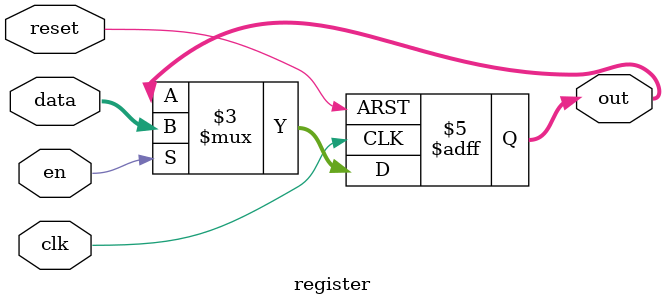
<source format=sv>
`timescale 1ns / 1ps


module register #(parameter n = 8)(
input logic clk,
input logic reset,
input logic en,
input logic [n-1:0] data,
output logic [n-1:0] out
    );
    
    always @(posedge clk, negedge reset) begin
        if (!reset)
            out <= 0;
        else if (en)
            out <= data;
    end
endmodule

</source>
